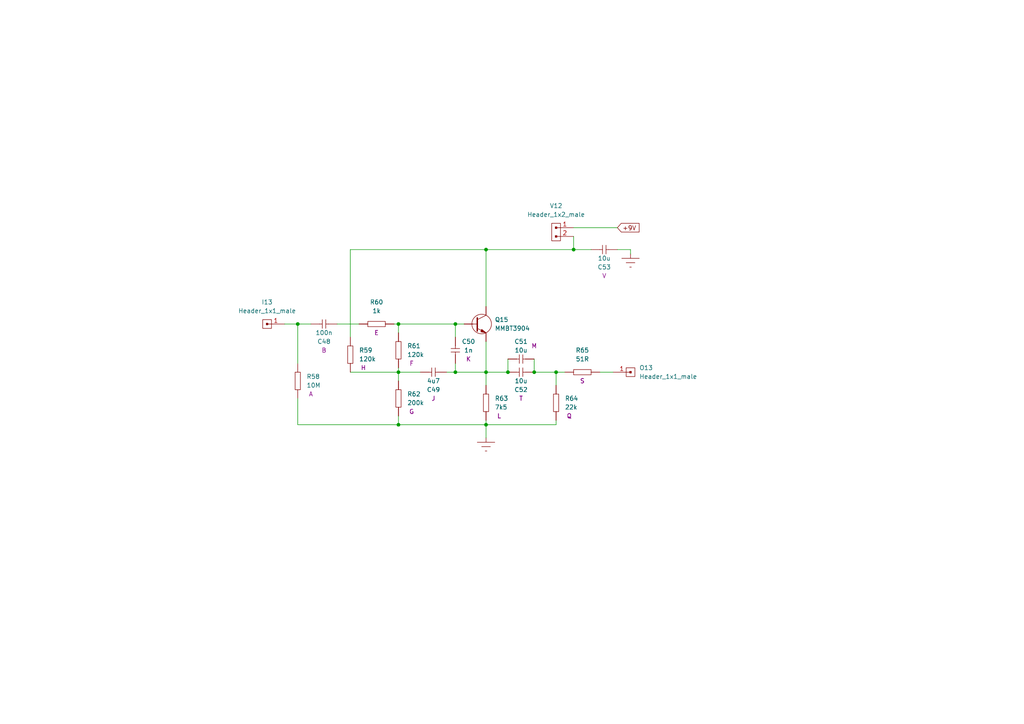
<source format=kicad_sch>
(kicad_sch (version 20211123) (generator eeschema)
  (paper "A4")
  (title_block (title "Cornish buffer") (date "2024-04-26") (rev "1") (company "https://github.com/dvhx/ultimate-soldering-exercise"))
  (lib_symbols
    (symbol "dvhx-kicad-library:C" (pin_numbers hide) (pin_names hide)
      (property "Reference" "C" (at 2.286 1.016 0))
      (property "Value" "C" (at 2.286 -1.27 0))
      (symbol "C_0_1"
        (polyline (pts (xy 0 -0.508) (xy 0 -1.27)))
        (polyline (pts (xy 0 1.27) (xy 0 0.508)))
        (polyline (pts (xy 1.27 -0.508) (xy -1.27 -0.508)))
        (polyline (pts (xy 1.27 0.508) (xy -1.27 0.508)))
      )
      (symbol "C_1_1"
        (pin passive line (at 0 3.81 270) (length 2.54) (name "1") (number "1"))
        (pin passive line (at 0 -3.81 90) (length 2.54) (name "2") (number "2"))
      )
    )
    (symbol "dvhx-kicad-library:GND" (power) (pin_numbers hide) (pin_names hide)
      (symbol "GND_0_1"
        (polyline (pts (xy -2.54 -1.27) (xy 2.54 -1.27)))
        (polyline (pts (xy -1.27 -2.54) (xy 1.27 -2.54)))
        (polyline (pts (xy -0.254 -3.81) (xy 0.254 -3.81)))
      )
      (symbol "GND_1_1"
        (pin power_in line (at 0 0 270) (length 1.27) (name "GND") (number "GND"))
      )
    )
    (symbol "dvhx-kicad-library:Header_1x1_male" (pin_names hide)
      (property "Reference" "J" (at -0.254 2.286 0))
      (property "Value" "Header_1x1_male" (at 0 4.191 0))
      (symbol "Header_1x1_male_0_1"
        (rectangle (start -1.27 1.27) (end 1.27 -1.27))
        (rectangle (start -0.254 0.254) (end 0.254 -0.254) (fill (type outline)))
      )
      (symbol "Header_1x1_male_1_1"
        (pin passive line (at -5.08 0 0) (length 5.08) (name "1") (number "1"))
      )
    )
    (symbol "dvhx-kicad-library:Header_1x2_male" (pin_names hide)
      (property "Reference" "J" (at -0.254 2.286 0))
      (property "Value" "Header_1x2_male" (at 0 4.191 0))
      (symbol "Header_1x2_male_0_1"
        (rectangle (start -1.27 1.27) (end 1.27 -3.81))
        (rectangle (start -0.254 -2.286) (end 0.254 -2.794) (fill (type outline)))
        (rectangle (start -0.254 0.254) (end 0.254 -0.254) (fill (type outline)))
      )
      (symbol "Header_1x2_male_1_1"
        (pin passive line (at -5.08 0 0) (length 5.08) (name "1") (number "1"))
        (pin passive line (at -5.08 -2.54 0) (length 5.08) (name "2") (number "2"))
      )
    )
    (symbol "dvhx-kicad-library:NPN" (pin_numbers hide) (pin_names hide)
      (property "Reference" "Q" (at 2.54 1.016 0))
      (property "Value" "NPN" (at 3.81 -1.016 0))
      (symbol "NPN_0_1"
        (circle (center -1.27 0) (radius 2.8398))
        (polyline (pts (xy -3.81 0) (xy -2.54 0)))
        (polyline (pts (xy -2.54 1.778) (xy -2.54 -2.032)) (stroke (width 0.4)))
        (polyline (pts (xy 0 -2.54) (xy -2.54 -1.27)))
        (polyline (pts (xy 0 2.54) (xy -2.54 1.27)))
        (polyline (pts (xy 0 -2.54) (xy -1.524 -2.286) (xy -1.27 -1.524) (xy 0 -2.54)) (fill (type outline)))
      )
      (symbol "NPN_1_1"
        (pin input line (at -6.35 0 0) (length 2.54) (name "B") (number "B"))
        (pin passive line (at 0 5.08 270) (length 2.54) (name "C") (number "C"))
        (pin passive line (at 0 -5.08 90) (length 2.54) (name "E") (number "E"))
      )
    )
    (symbol "dvhx-kicad-library:R" (pin_numbers hide) (pin_names hide)
      (property "Reference" "R" (at 2.032 1.016 0))
      (property "Value" "R" (at 2.032 -1.016 0))
      (symbol "R_0_1"
        (polyline (pts (xy -0.762 2.54) (xy 0.762 2.54) (xy 0.762 -2.54) (xy -0.762 -2.54) (xy -0.762 2.54)))
      )
      (symbol "R_1_1"
        (pin passive line (at 0 5.08 270) (length 2.54) (name "1") (number "1"))
        (pin passive line (at 0 -5.08 90) (length 2.54) (name "2") (number "2"))
      )
    )
  )
  (junction (at 132.08 107.95))
  (junction (at 140.97 107.95))
  (junction (at 140.97 123.19))
  (junction (at 166.37 72.39))
  (junction (at 115.57 107.95))
  (junction (at 161.29 107.95))
  (junction (at 140.97 72.39))
  (junction (at 115.57 93.98))
  (junction (at 132.08 93.98))
  (junction (at 86.36 93.98))
  (junction (at 154.94 107.95))
  (junction (at 115.57 123.19))
  (junction (at 147.32 107.95))
  (wire (pts (xy 179.07 66.04) (xy 166.37 66.04)))
  (wire (pts (xy 161.29 111.76) (xy 161.29 107.95)))
  (wire (pts (xy 140.97 107.95) (xy 140.97 111.76)))
  (wire (pts (xy 115.57 123.19) (xy 140.97 123.19)))
  (wire (pts (xy 179.07 72.39) (xy 182.88 72.39)))
  (wire (pts (xy 86.36 115.57) (xy 86.36 123.19)))
  (wire (pts (xy 140.97 123.19) (xy 161.29 123.19)))
  (wire (pts (xy 140.97 72.39) (xy 140.97 88.9)))
  (wire (pts (xy 115.57 106.68) (xy 115.57 107.95)))
  (wire (pts (xy 132.08 93.98) (xy 132.08 97.79)))
  (wire (pts (xy 115.57 93.98) (xy 132.08 93.98)))
  (wire (pts (xy 129.54 107.95) (xy 132.08 107.95)))
  (wire (pts (xy 132.08 93.98) (xy 134.62 93.98)))
  (wire (pts (xy 86.36 93.98) (xy 90.17 93.98)))
  (wire (pts (xy 140.97 99.06) (xy 140.97 107.95)))
  (wire (pts (xy 82.55 93.98) (xy 86.36 93.98)))
  (wire (pts (xy 115.57 93.98) (xy 115.57 96.52)))
  (wire (pts (xy 182.88 72.39) (xy 182.88 73.66)))
  (wire (pts (xy 161.29 121.92) (xy 161.29 123.19)))
  (wire (pts (xy 114.3 93.98) (xy 115.57 93.98)))
  (wire (pts (xy 173.99 107.95) (xy 177.8 107.95)))
  (wire (pts (xy 132.08 105.41) (xy 132.08 107.95)))
  (wire (pts (xy 140.97 123.19) (xy 140.97 127)))
  (wire (pts (xy 161.29 107.95) (xy 163.83 107.95)))
  (wire (pts (xy 154.94 104.14) (xy 154.94 107.95)))
  (wire (pts (xy 154.94 107.95) (xy 161.29 107.95)))
  (wire (pts (xy 132.08 107.95) (xy 140.97 107.95)))
  (wire (pts (xy 140.97 121.92) (xy 140.97 123.19)))
  (wire (pts (xy 97.79 93.98) (xy 104.14 93.98)))
  (wire (pts (xy 115.57 107.95) (xy 115.57 110.49)))
  (wire (pts (xy 166.37 72.39) (xy 171.45 72.39)))
  (wire (pts (xy 101.6 97.79) (xy 101.6 72.39)))
  (wire (pts (xy 115.57 123.19) (xy 115.57 120.65)))
  (wire (pts (xy 140.97 72.39) (xy 166.37 72.39)))
  (wire (pts (xy 140.97 107.95) (xy 147.32 107.95)))
  (wire (pts (xy 86.36 123.19) (xy 115.57 123.19)))
  (wire (pts (xy 115.57 107.95) (xy 121.92 107.95)))
  (wire (pts (xy 147.32 104.14) (xy 147.32 107.95)))
  (wire (pts (xy 86.36 93.98) (xy 86.36 105.41)))
  (wire (pts (xy 166.37 72.39) (xy 166.37 68.58)))
  (wire (pts (xy 101.6 107.95) (xy 115.57 107.95)))
  (wire (pts (xy 101.6 72.39) (xy 140.97 72.39)))
  (global_label "+9V" (shape input) (at 179.07 66.04 0) (property "Intersheet References" "${INTERSHEET_REFS}" (effects hide)))
  (symbol (lib_id "dvhx-kicad-library:Header_1x2_male") (at 161.29 66.04 0) (mirror y) (unit 1)
    (property "Reference" "V12" (at 161.29 59.69 0))
    (property "Value" "Header_1x2_male" (at 161.29 62.23 0))
    (property "Footprint" "dvhx-kicad-library:Header_1x2_male_upright" (effects hide))
  )
  (symbol (lib_id "dvhx-kicad-library:C") (at 151.13 104.14 90) (unit 1)
    (property "Reference" "C51" (at 151.13 99.06 90))
    (property "Value" "10u" (at 151.13 101.6 90))
    (property "Footprint" "dvhx-kicad-library:Capacitor_0805" (effects hide))
    (property "Field4" "M" (at 154.94 100.33 90))
  )
  (symbol (lib_id "dvhx-kicad-library:R") (at 101.6 102.87 0) (unit 1)
    (property "Reference" "R59" (at 104.14 101.5999 0) (effects (justify left)))
    (property "Value" "120k" (at 104.14 104.1399 0) (effects (justify left)))
    (property "Footprint" "dvhx-kicad-library:Resistor_0805" (effects hide))
    (property "Field4" "H" (at 105.41 106.68 0))
  )
  (symbol (lib_id "dvhx-kicad-library:Header_1x1_male") (at 77.47 93.98 180) (unit 1)
    (property "Reference" "I13" (at 77.47 87.63 0))
    (property "Value" "Header_1x1_male" (at 77.47 90.17 0))
    (property "Footprint" "dvhx-kicad-library:Header_1x1_male_upright" (effects hide))
  )
  (symbol (lib_id "dvhx-kicad-library:C") (at 132.08 101.6 0) (unit 1)
    (property "Reference" "C50" (at 135.89 99.06 0))
    (property "Value" "1n" (at 135.89 101.6 0))
    (property "Footprint" "dvhx-kicad-library:Capacitor_0805" (effects hide))
    (property "Field4" "K" (at 135.89 104.14 0))
  )
  (symbol (lib_id "dvhx-kicad-library:GND") (at 140.97 127 0) (unit 1)
    (property "Reference" "#GND023" (effects hide))
    (property "Value" "GND" (effects hide))
  )
  (symbol (lib_id "dvhx-kicad-library:NPN") (at 140.97 93.98 0) (unit 1)
    (property "Reference" "Q15" (at 143.51 92.7099 0) (effects (justify left)))
    (property "Value" "MMBT3904" (at 143.51 95.2499 0) (effects (justify left)))
    (property "Footprint" "dvhx-kicad-library:SOT23-BEC" (effects hide))
  )
  (symbol (lib_id "dvhx-kicad-library:R") (at 140.97 116.84 0) (unit 1)
    (property "Reference" "R63" (at 143.51 115.5699 0) (effects (justify left)))
    (property "Value" "7k5" (at 143.51 118.1099 0) (effects (justify left)))
    (property "Footprint" "dvhx-kicad-library:Resistor_0805" (effects hide))
    (property "Field4" "L" (at 144.78 120.65 0))
  )
  (symbol (lib_id "dvhx-kicad-library:C") (at 151.13 107.95 270) (unit 1)
    (property "Reference" "C52" (at 151.13 113.03 90))
    (property "Value" "10u" (at 151.13 110.49 90))
    (property "Footprint" "dvhx-kicad-library:Capacitor_0805" (effects hide))
    (property "Field4" "T" (at 151.13 115.57 90))
  )
  (symbol (lib_id "dvhx-kicad-library:R") (at 115.57 101.6 0) (unit 1)
    (property "Reference" "R61" (at 118.11 100.3299 0) (effects (justify left)))
    (property "Value" "120k" (at 118.11 102.8699 0) (effects (justify left)))
    (property "Footprint" "dvhx-kicad-library:Resistor_0805" (effects hide))
    (property "Field4" "F" (at 119.38 105.41 0))
  )
  (symbol (lib_id "dvhx-kicad-library:C") (at 175.26 72.39 270) (unit 1)
    (property "Reference" "C53" (at 175.26 77.47 90))
    (property "Value" "10u" (at 175.26 74.93 90))
    (property "Footprint" "dvhx-kicad-library:Capacitor_0805" (effects hide))
    (property "Field4" "V" (at 175.26 80.01 90))
  )
  (symbol (lib_id "dvhx-kicad-library:C") (at 125.73 107.95 270) (unit 1)
    (property "Reference" "C49" (at 125.73 113.03 90))
    (property "Value" "4u7" (at 125.73 110.49 90))
    (property "Footprint" "dvhx-kicad-library:Capacitor_0805" (effects hide))
    (property "Field4" "J" (at 125.73 115.57 90))
  )
  (symbol (lib_id "dvhx-kicad-library:R") (at 86.36 110.49 0) (unit 1)
    (property "Reference" "R58" (at 88.9 109.2199 0) (effects (justify left)))
    (property "Value" "10M" (at 88.9 111.7599 0) (effects (justify left)))
    (property "Footprint" "dvhx-kicad-library:Resistor_0805" (effects hide))
    (property "Field4" "A" (at 90.17 114.3 0))
  )
  (symbol (lib_id "dvhx-kicad-library:C") (at 93.98 93.98 270) (unit 1)
    (property "Reference" "C48" (at 93.98 99.06 90))
    (property "Value" "100n" (at 93.98 96.52 90))
    (property "Footprint" "dvhx-kicad-library:Capacitor_0805" (effects hide))
    (property "Field4" "B" (at 93.98 101.6 90))
  )
  (symbol (lib_id "dvhx-kicad-library:Header_1x1_male") (at 182.88 107.95 0) (unit 1)
    (property "Reference" "O13" (at 185.42 106.6799 0) (effects (justify left)))
    (property "Value" "Header_1x1_male" (at 185.42 109.2199 0) (effects (justify left)))
    (property "Footprint" "dvhx-kicad-library:Header_1x1_male_upright" (effects hide))
  )
  (symbol (lib_id "dvhx-kicad-library:GND") (at 182.88 73.66 0) (unit 1)
    (property "Reference" "#GND024" (effects hide))
    (property "Value" "GND" (effects hide))
  )
  (symbol (lib_id "dvhx-kicad-library:R") (at 161.29 116.84 0) (unit 1)
    (property "Reference" "R64" (at 163.83 115.5699 0) (effects (justify left)))
    (property "Value" "22k" (at 163.83 118.1099 0) (effects (justify left)))
    (property "Footprint" "dvhx-kicad-library:Resistor_0805" (effects hide))
    (property "Field4" "Q" (at 165.1 120.65 0))
  )
  (symbol (lib_id "dvhx-kicad-library:R") (at 168.91 107.95 90) (unit 1)
    (property "Reference" "R65" (at 168.91 101.6 90))
    (property "Value" "51R" (at 168.91 104.14 90))
    (property "Footprint" "dvhx-kicad-library:Resistor_0805" (effects hide))
    (property "Field4" "S" (at 168.91 110.49 90))
  )
  (symbol (lib_id "dvhx-kicad-library:R") (at 109.22 93.98 90) (unit 1)
    (property "Reference" "R60" (at 109.22 87.63 90))
    (property "Value" "1k" (at 109.22 90.17 90))
    (property "Footprint" "dvhx-kicad-library:Resistor_0805" (effects hide))
    (property "Field4" "E" (at 109.22 96.52 90))
  )
  (symbol (lib_id "dvhx-kicad-library:R") (at 115.57 115.57 0) (unit 1)
    (property "Reference" "R62" (at 118.11 114.2999 0) (effects (justify left)))
    (property "Value" "200k" (at 118.11 116.8399 0) (effects (justify left)))
    (property "Footprint" "dvhx-kicad-library:Resistor_0805" (effects hide))
    (property "Field4" "G" (at 119.38 119.38 0))
  )
)
</source>
